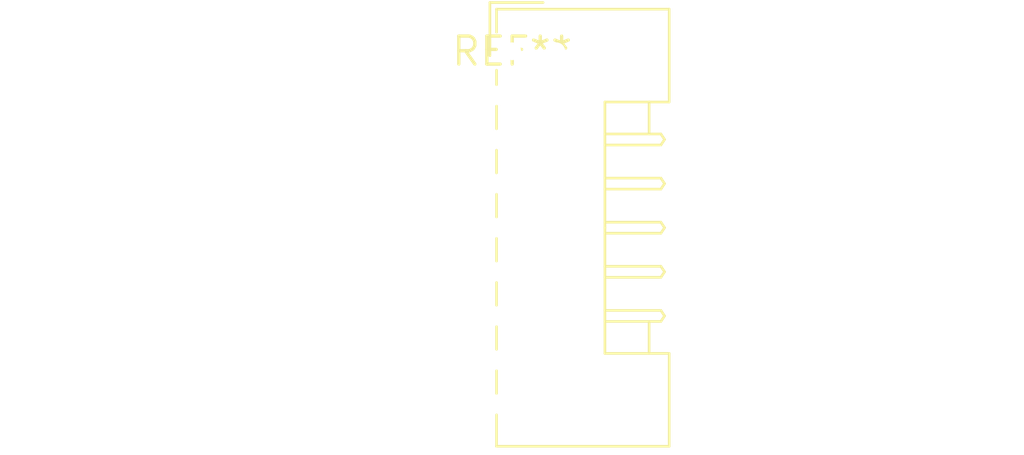
<source format=kicad_pcb>
(kicad_pcb (version 20240108) (generator pcbnew)
  (layers (0 "F.Cu" signal) (31 "B.Cu" signal) (34 "B.Paste" user) (35 "F.Paste" user) (36 "B.SilkS" user "B.Silkscreen") (37 "F.SilkS" user "F.Silkscreen") (38 "B.Mask" user) (39 "F.Mask" user) (44 "Edge.Cuts" user))
  (net 0 "")
  (footprint "JAE_LY20-18P-DLT1_2x09_P2.00mm_Horizontal" (layer "F.Cu") (at 0 0)
    (property "Reference" "REF**")
    (property "Value" "JAE_LY20-18P-DLT1_2x09_P2.00mm_Horizontal")
    (fp_line (start -1.01 -2.21) (end -1.01 0.2) (layer "F.SilkS") (stroke (width 0.12)))
    (fp_line (start -0.71 -1.91) (end -0.71 -0.86) (layer "F.SilkS") (stroke (width 0.12)))
    (fp_line (start -0.71 -1.91) (end 7.11 -1.91) (layer "F.SilkS") (stroke (width 0.12)))
    (fp_line (start -0.71 0.86) (end -0.71 1.514717) (layer "F.SilkS") (stroke (width 0.12)))
    (fp_line (start -0.71 2.485283) (end -0.71 3.514717) (layer "F.SilkS") (stroke (width 0.12)))
    (fp_line (start -0.71 4.485283) (end -0.71 5.514717) (layer "F.SilkS") (stroke (width 0.12)))
    (fp_line (start -0.71 6.485283) (end -0.71 7.514717) (layer "F.SilkS") (stroke (width 0.12)))
    (fp_line (start -0.71 8.485283) (end -0.71 9.514717) (layer "F.SilkS") (stroke (width 0.12)))
    (fp_line (start -0.71 10.485283) (end -0.71 11.514717) (layer "F.SilkS") (stroke (width 0.12)))
    (fp_line (start -0.71 12.485283) (end -0.71 13.514717) (layer "F.SilkS") (stroke (width 0.12)))
    (fp_line (start -0.71 14.485283) (end -0.71 15.514717) (layer "F.SilkS") (stroke (width 0.12)))
    (fp_line (start -0.71 16.485283) (end -0.71 17.91) (layer "F.SilkS") (stroke (width 0.12)))
    (fp_line (start -0.71 17.91) (end 7.11 17.91) (layer "F.SilkS") (stroke (width 0.12)))
    (fp_line (start 1.4 -2.21) (end -1.01 -2.21) (layer "F.SilkS") (stroke (width 0.12)))
    (fp_line (start 4.2 2.3) (end 4.2 8) (layer "F.SilkS") (stroke (width 0.12)))
    (fp_line (start 4.2 3.75) (end 6.733333 3.75) (layer "F.SilkS") (stroke (width 0.12)))
    (fp_line (start 4.2 5.75) (end 6.733333 5.75) (layer "F.SilkS") (stroke (width 0.12)))
    (fp_line (start 4.2 7.75) (end 6.733333 7.75) (layer "F.SilkS") (stroke (width 0.12)))
    (fp_line (start 4.2 9.75) (end 6.733333 9.75) (layer "F.SilkS") (stroke (width 0.12)))
    (fp_line (start 4.2 11.75) (end 6.733333 11.75) (layer "F.SilkS") (stroke (width 0.12)))
    (fp_line (start 4.2 13.7) (end 4.2 8) (layer "F.SilkS") (stroke (width 0.12)))
    (fp_line (start 6.2 2.3) (end 6.2 3.75) (layer "F.SilkS") (stroke (width 0.12)))
    (fp_line (start 6.2 13.7) (end 6.2 12.25) (layer "F.SilkS") (stroke (width 0.12)))
    (fp_line (start 6.733333 3.75) (end 6.9 4) (layer "F.SilkS") (stroke (width 0.12)))
    (fp_line (start 6.733333 4.25) (end 4.2 4.25) (layer "F.SilkS") (stroke (width 0.12)))
    (fp_line (start 6.733333 5.75) (end 6.9 6) (layer "F.SilkS") (stroke (width 0.12)))
    (fp_line (start 6.733333 6.25) (end 4.2 6.25) (layer "F.SilkS") (stroke (width 0.12)))
    (fp_line (start 6.733333 7.75) (end 6.9 8) (layer "F.SilkS") (stroke (width 0.12)))
    (fp_line (start 6.733333 8.25) (end 4.2 8.25) (layer "F.SilkS") (stroke (width 0.12)))
    (fp_line (start 6.733333 9.75) (end 6.9 10) (layer "F.SilkS") (stroke (width 0.12)))
    (fp_line (start 6.733333 10.25) (end 4.2 10.25) (layer "F.SilkS") (stroke (width 0.12)))
    (fp_line (start 6.733333 11.75) (end 6.9 12) (layer "F.SilkS") (stroke (width 0.12)))
    (fp_line (start 6.733333 12.25) (end 4.2 12.25) (layer "F.SilkS") (stroke (width 0.12)))
    (fp_line (start 6.9 4) (end 6.733333 4.25) (layer "F.SilkS") (stroke (width 0.12)))
    (fp_line (start 6.9 6) (end 6.733333 6.25) (layer "F.SilkS") (stroke (width 0.12)))
    (fp_line (start 6.9 8) (end 6.733333 8.25) (layer "F.SilkS") (stroke (width 0.12)))
    (fp_line (start 6.9 10) (end 6.733333 10.25) (layer "F.SilkS") (stroke (width 0.12)))
    (fp_line (start 6.9 12) (end 6.733333 12.25) (layer "F.SilkS") (stroke (width 0.12)))
    (fp_line (start 7.11 -1.91) (end 7.11 2.3) (layer "F.SilkS") (stroke (width 0.12)))
    (fp_line (start 7.11 2.3) (end 4.2 2.3) (layer "F.SilkS") (stroke (width 0.12)))
    (fp_line (start 7.11 13.7) (end 4.2 13.7) (layer "F.SilkS") (stroke (width 0.12)))
    (fp_line (start 7.11 17.91) (end 7.11 13.7) (layer "F.SilkS") (stroke (width 0.12)))
    (pad "a1" thru_hole roundrect (at 0 0) (size 1.2 1.2) (drill 0.8) (layers *.Cu *.Mask) (remove_unused_layers) (roundrect_rratio 0.208333))
    (pad "a2" thru_hole circle (at 0 2) (size 1.2 1.2) (drill 0.8) (layers *.Cu *.Mask) (remove_unused_layers))
    (pad "a3" thru_hole circle (at 0 4) (size 1.2 1.2) (drill 0.8) (layers *.Cu *.Mask) (remove_unused_layers))
    (pad "a4" thru_hole circle (at 0 6) (size 1.2 1.2) (drill 0.8) (layers *.Cu *.Mask) (remove_unused_layers))
    (pad "a5" thru_hole circle (at 0 8) (size 1.2 1.2) (drill 0.8) (layers *.Cu *.Mask) (remove_unused_layers))
    (pad "a6" thru_hole circle (at 0 10) (size 1.2 1.2) (drill 0.8) (layers *.Cu *.Mask) (remove_unused_layers))
    (pad "a7" thru_hole circle (at 0 12) (size 1.2 1.2) (drill 0.8) (layers *.Cu *.Mask) (remove_unused_layers))
    (pad "a8" thru_hole circle (at 0 14) (size 1.2 1.2) (drill 0.8) (layers *.Cu *.Mask) (remove_unused_layers))
    (pad "a9" thru_hole circle (at 0 16) (size 1.2 1.2) (drill 0.8) (layers *.Cu *.Mask) (remove_unused_layers))
    (pad "b1" thru_hole circle (at 2 0) (size 1.2 1.2) (drill 0.8) (layers *.Cu *.Mask) (remove_unused_layers))
    (pad "b2" thru_hole circle (at 2 2) (size 1.2 1.2) (drill 0.8) (layers *.Cu *.Mask) (remove_unused_layers))
    (pad "b3" thru_hole circle (at 2 4) (size 1.2 1.2) (drill 0.8) (layers *.Cu *.Mask) (remove_unused_layers))
    (pad "b4" thru_hole circle (at 2 6) (size 1.2 1.2) (drill 0.8) (layers *.Cu *.Mask) (remove_unused_layers))
    (pad "b5" thru_hole circle (at 2 8) (size 1.2 1.2) (drill 0.8) (layers *.Cu *.Mask) (remove_unused_layers))
    (pad "b6" thru_hole circle (at 2 10) (size 1.2 1.2) (drill 0.8) (layers *.Cu *.Mask) (remove_unused_layers))
    (pad "b7" thru_hole circle (at 2 12) (size 1.2 1.2) (drill 0.8) (layers *.Cu *.Mask) (remove_unused_layers))
    (pad "b8" thru_hole circle (at 2 14) (size 1.2 1.2) (drill 0.8) (layers *.Cu *.Mask) (remove_unused_layers))
    (pad "b9" thru_hole circle (at 2 16) (size 1.2 1.2) (drill 0.8) (layers *.Cu *.Mask) (remove_unused_layers))
  )
)
</source>
